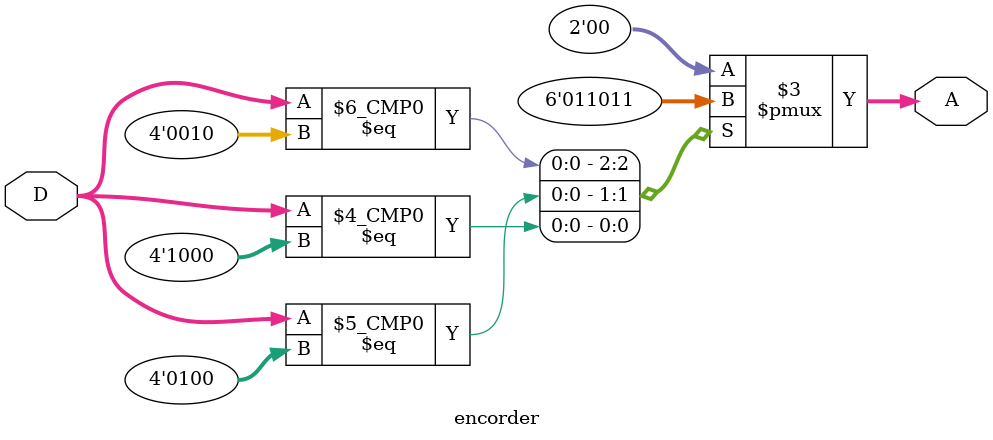
<source format=v>
module encorder(
    input [3:0] D,
    output reg [1:0] A
);

always @(D) begin
    case(D)
        4'b0001 : A = 2'b00;
        4'b0010 : A = 2'b01;
        4'b0100 : A = 2'b10;
        4'b1000 : A = 2'b11;
        default : A = 2'b00;
    endcase
    
end

endmodule




</source>
